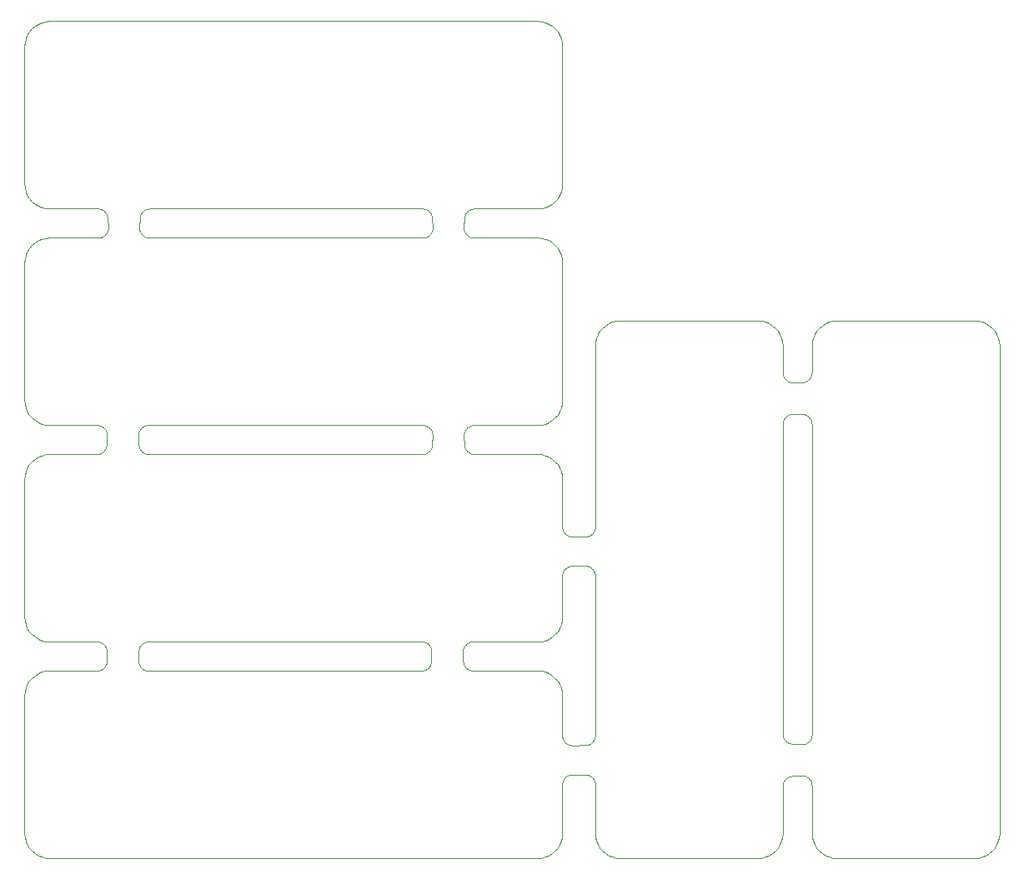
<source format=gko>
%MOIN*%
%OFA0B0*%
%FSLAX44Y44*%
%IPPOS*%
%LPD*%
%ADD10C,0*%
D10*
X00031476Y00004943D02*
X00031476Y00004943D01*
X00031475Y00004911D01*
X00031471Y00004879D01*
X00031464Y00004848D01*
X00031455Y00004817D01*
X00031443Y00004787D01*
X00031430Y00004758D01*
X00031413Y00004730D01*
X00031395Y00004704D01*
X00031374Y00004679D01*
X00031352Y00004656D01*
X00031327Y00004635D01*
X00031301Y00004616D01*
X00031274Y00004600D01*
X00031245Y00004585D01*
X00031215Y00004573D01*
X00031185Y00004563D01*
X00031153Y00004556D01*
X00031122Y00004552D01*
X00031089Y00004550D01*
X00031057Y00004550D01*
X00030683Y00004574D01*
X00030654Y00004577D01*
X00030625Y00004582D01*
X00030596Y00004590D01*
X00030568Y00004599D01*
X00030540Y00004611D01*
X00030514Y00004624D01*
X00030489Y00004640D01*
X00030465Y00004658D01*
X00030442Y00004677D01*
X00030421Y00004698D01*
X00030402Y00004720D01*
X00030384Y00004744D01*
X00030368Y00004769D01*
X00030354Y00004795D01*
X00030342Y00004822D01*
X00030332Y00004850D01*
X00030324Y00004879D01*
X00030319Y00004908D01*
X00030316Y00004937D01*
X00030314Y00004967D01*
X00030314Y00017374D01*
X00030316Y00017405D01*
X00030319Y00017436D01*
X00030326Y00017467D01*
X00030334Y00017497D01*
X00030345Y00017526D01*
X00030358Y00017554D01*
X00030373Y00017581D01*
X00030391Y00017607D01*
X00030410Y00017632D01*
X00030432Y00017654D01*
X00030455Y00017675D01*
X00030479Y00017695D01*
X00030505Y00017712D01*
X00030533Y00017727D01*
X00030561Y00017739D01*
X00030591Y00017750D01*
X00030621Y00017758D01*
X00030651Y00017764D01*
X00030682Y00017767D01*
X00030714Y00017768D01*
X00031088Y00017763D01*
X00031118Y00017761D01*
X00031149Y00017757D01*
X00031179Y00017751D01*
X00031208Y00017742D01*
X00031237Y00017731D01*
X00031264Y00017718D01*
X00031291Y00017703D01*
X00031316Y00017685D01*
X00031340Y00017666D01*
X00031362Y00017645D01*
X00031383Y00017623D01*
X00031402Y00017599D01*
X00031419Y00017573D01*
X00031434Y00017546D01*
X00031446Y00017518D01*
X00031457Y00017490D01*
X00031465Y00017460D01*
X00031471Y00017430D01*
X00031475Y00017400D01*
X00031476Y00017369D01*
X00031476Y00004943D01*
X00022814Y00004911D02*
X00022814Y00004911D01*
X00022813Y00004880D01*
X00022810Y00004850D01*
X00022804Y00004820D01*
X00022795Y00004790D01*
X00022785Y00004761D01*
X00022772Y00004733D01*
X00022757Y00004707D01*
X00022740Y00004681D01*
X00022721Y00004657D01*
X00022701Y00004634D01*
X00022678Y00004613D01*
X00022654Y00004594D01*
X00022629Y00004577D01*
X00022602Y00004562D01*
X00022574Y00004548D01*
X00022546Y00004538D01*
X00022516Y00004529D01*
X00022486Y00004523D01*
X00022456Y00004519D01*
X00022425Y00004517D01*
X00021897Y00004512D01*
X00021866Y00004513D01*
X00021835Y00004516D01*
X00021805Y00004522D01*
X00021775Y00004530D01*
X00021745Y00004540D01*
X00021717Y00004553D01*
X00021690Y00004568D01*
X00021664Y00004585D01*
X00021639Y00004604D01*
X00021616Y00004625D01*
X00021595Y00004648D01*
X00021576Y00004673D01*
X00021558Y00004698D01*
X00021543Y00004726D01*
X00021530Y00004754D01*
X00021519Y00004783D01*
X00021511Y00004813D01*
X00021504Y00004843D01*
X00021501Y00004874D01*
X00021500Y00004905D01*
X00021500Y00006499D01*
X00021487Y00006656D01*
X00021451Y00006809D01*
X00021391Y00006953D01*
X00021309Y00007087D01*
X00021207Y00007207D01*
X00021087Y00007309D01*
X00020953Y00007391D01*
X00020809Y00007451D01*
X00020656Y00007487D01*
X00020499Y00007500D01*
X00020499Y00007499D01*
X00017933Y00007499D01*
X00017903Y00007501D01*
X00017873Y00007504D01*
X00017843Y00007510D01*
X00017813Y00007518D01*
X00017785Y00007529D01*
X00017757Y00007541D01*
X00017730Y00007556D01*
X00017705Y00007573D01*
X00017680Y00007592D01*
X00017658Y00007612D01*
X00017637Y00007634D01*
X00017618Y00007658D01*
X00017600Y00007683D01*
X00017585Y00007710D01*
X00017572Y00007737D01*
X00017561Y00007766D01*
X00017552Y00007795D01*
X00017546Y00007825D01*
X00017542Y00007855D01*
X00017540Y00007885D01*
X00017532Y00008259D01*
X00017533Y00008291D01*
X00017536Y00008322D01*
X00017542Y00008353D01*
X00017550Y00008383D01*
X00017560Y00008412D01*
X00017573Y00008441D01*
X00017588Y00008469D01*
X00017605Y00008495D01*
X00017624Y00008520D01*
X00017645Y00008543D01*
X00017668Y00008564D01*
X00017692Y00008584D01*
X00017718Y00008601D01*
X00017745Y00008617D01*
X00017774Y00008630D01*
X00017803Y00008641D01*
X00017833Y00008650D01*
X00017864Y00008656D01*
X00017895Y00008660D01*
X00017926Y00008661D01*
X00020499Y00008661D01*
X00020656Y00008673D01*
X00020809Y00008710D01*
X00020953Y00008770D01*
X00021087Y00008852D01*
X00021207Y00008954D01*
X00021309Y00009073D01*
X00021391Y00009207D01*
X00021451Y00009352D01*
X00021487Y00009504D01*
X00021500Y00009661D01*
X00021500Y00011294D01*
X00021501Y00011325D01*
X00021504Y00011355D01*
X00021510Y00011385D01*
X00021519Y00011415D01*
X00021529Y00011444D01*
X00021542Y00011472D01*
X00021557Y00011499D01*
X00021574Y00011524D01*
X00021593Y00011549D01*
X00021614Y00011571D01*
X00021636Y00011592D01*
X00021660Y00011611D01*
X00021686Y00011629D01*
X00021713Y00011644D01*
X00021741Y00011657D01*
X00021769Y00011668D01*
X00021799Y00011676D01*
X00021829Y00011682D01*
X00021860Y00011686D01*
X00021890Y00011687D01*
X00022418Y00011691D01*
X00022449Y00011690D01*
X00022480Y00011687D01*
X00022510Y00011681D01*
X00022540Y00011673D01*
X00022570Y00011662D01*
X00022598Y00011649D01*
X00022625Y00011634D01*
X00022651Y00011617D01*
X00022675Y00011598D01*
X00022698Y00011577D01*
X00022719Y00011554D01*
X00022739Y00011530D01*
X00022756Y00011504D01*
X00022771Y00011477D01*
X00022784Y00011449D01*
X00022795Y00011420D01*
X00022803Y00011390D01*
X00022810Y00011359D01*
X00022813Y00011328D01*
X00022814Y00011297D01*
X00022814Y00004911D01*
X00004953Y00007499D02*
X00004953Y00007499D01*
X00004922Y00007501D01*
X00004891Y00007504D01*
X00004861Y00007511D01*
X00004831Y00007519D01*
X00004802Y00007530D01*
X00004773Y00007543D01*
X00004746Y00007558D01*
X00004721Y00007576D01*
X00004696Y00007595D01*
X00004673Y00007616D01*
X00004652Y00007639D01*
X00004633Y00007664D01*
X00004616Y00007690D01*
X00004601Y00007717D01*
X00004588Y00007746D01*
X00004578Y00007775D01*
X00004570Y00007805D01*
X00004564Y00007836D01*
X00004561Y00007866D01*
X00004560Y00007898D01*
X00004564Y00008272D01*
X00004565Y00008302D01*
X00004569Y00008333D01*
X00004576Y00008363D01*
X00004584Y00008392D01*
X00004595Y00008421D01*
X00004608Y00008449D01*
X00004623Y00008475D01*
X00004641Y00008501D01*
X00004660Y00008525D01*
X00004681Y00008547D01*
X00004703Y00008568D01*
X00004728Y00008587D01*
X00004753Y00008604D01*
X00004780Y00008619D01*
X00004808Y00008631D01*
X00004837Y00008642D01*
X00004866Y00008650D01*
X00004896Y00008656D01*
X00004927Y00008660D01*
X00004958Y00008661D01*
X00015877Y00008661D01*
X00015908Y00008660D01*
X00015939Y00008656D01*
X00015970Y00008650D01*
X00016000Y00008641D01*
X00016029Y00008630D01*
X00016057Y00008617D01*
X00016085Y00008601D01*
X00016111Y00008584D01*
X00016135Y00008564D01*
X00016158Y00008543D01*
X00016179Y00008520D01*
X00016198Y00008495D01*
X00016215Y00008469D01*
X00016230Y00008441D01*
X00016243Y00008412D01*
X00016253Y00008383D01*
X00016261Y00008353D01*
X00016266Y00008322D01*
X00016270Y00008291D01*
X00016270Y00008259D01*
X00016263Y00007885D01*
X00016261Y00007855D01*
X00016257Y00007825D01*
X00016250Y00007795D01*
X00016242Y00007766D01*
X00016231Y00007737D01*
X00016217Y00007710D01*
X00016202Y00007683D01*
X00016185Y00007658D01*
X00016166Y00007634D01*
X00016145Y00007612D01*
X00016122Y00007592D01*
X00016098Y00007573D01*
X00016072Y00007556D01*
X00016046Y00007541D01*
X00016018Y00007529D01*
X00015989Y00007518D01*
X00015960Y00007510D01*
X00015930Y00007504D01*
X00015900Y00007501D01*
X00015869Y00007499D01*
X00004953Y00007499D01*
X00004962Y00016161D02*
X00004962Y00016161D01*
X00004932Y00016162D01*
X00004902Y00016166D01*
X00004872Y00016171D01*
X00004843Y00016179D01*
X00004814Y00016190D01*
X00004787Y00016202D01*
X00004760Y00016216D01*
X00004735Y00016233D01*
X00004711Y00016251D01*
X00004688Y00016271D01*
X00004668Y00016293D01*
X00004648Y00016317D01*
X00004631Y00016341D01*
X00004616Y00016367D01*
X00004602Y00016394D01*
X00004591Y00016422D01*
X00004582Y00016451D01*
X00004575Y00016481D01*
X00004571Y00016511D01*
X00004568Y00016541D01*
X00004555Y00016915D01*
X00004556Y00016946D01*
X00004558Y00016978D01*
X00004563Y00017009D01*
X00004571Y00017040D01*
X00004581Y00017070D01*
X00004594Y00017099D01*
X00004609Y00017127D01*
X00004626Y00017153D01*
X00004645Y00017178D01*
X00004666Y00017202D01*
X00004688Y00017224D01*
X00004713Y00017244D01*
X00004739Y00017262D01*
X00004766Y00017278D01*
X00004795Y00017291D01*
X00004825Y00017302D01*
X00004855Y00017311D01*
X00004886Y00017317D01*
X00004917Y00017321D01*
X00004949Y00017322D01*
X00015922Y00017322D01*
X00015954Y00017321D01*
X00015985Y00017317D01*
X00016016Y00017311D01*
X00016047Y00017302D01*
X00016076Y00017291D01*
X00016105Y00017278D01*
X00016132Y00017262D01*
X00016158Y00017244D01*
X00016183Y00017224D01*
X00016205Y00017202D01*
X00016227Y00017178D01*
X00016246Y00017153D01*
X00016263Y00017127D01*
X00016277Y00017099D01*
X00016290Y00017070D01*
X00016300Y00017040D01*
X00016308Y00017009D01*
X00016313Y00016978D01*
X00016316Y00016946D01*
X00016316Y00016915D01*
X00016303Y00016541D01*
X00016300Y00016511D01*
X00016296Y00016481D01*
X00016289Y00016451D01*
X00016280Y00016422D01*
X00016269Y00016394D01*
X00016255Y00016367D01*
X00016240Y00016341D01*
X00016223Y00016317D01*
X00016204Y00016293D01*
X00016183Y00016271D01*
X00016160Y00016251D01*
X00016136Y00016233D01*
X00016111Y00016216D01*
X00016084Y00016202D01*
X00016057Y00016190D01*
X00016028Y00016179D01*
X00015999Y00016171D01*
X00015969Y00016166D01*
X00015939Y00016162D01*
X00015909Y00016161D01*
X00004962Y00016161D01*
X00004987Y00024822D02*
X00004987Y00024822D01*
X00004955Y00024824D01*
X00004923Y00024828D01*
X00004892Y00024834D01*
X00004861Y00024843D01*
X00004831Y00024855D01*
X00004802Y00024868D01*
X00004775Y00024885D01*
X00004748Y00024903D01*
X00004724Y00024923D01*
X00004701Y00024946D01*
X00004680Y00024970D01*
X00004661Y00024996D01*
X00004644Y00025023D01*
X00004629Y00025052D01*
X00004617Y00025081D01*
X00004607Y00025112D01*
X00004600Y00025143D01*
X00004596Y00025175D01*
X00004594Y00025207D01*
X00004594Y00025239D01*
X00004616Y00025613D01*
X00004619Y00025643D01*
X00004624Y00025672D01*
X00004631Y00025701D01*
X00004641Y00025729D01*
X00004652Y00025756D01*
X00004666Y00025783D01*
X00004681Y00025808D01*
X00004699Y00025832D01*
X00004718Y00025855D01*
X00004739Y00025876D01*
X00004761Y00025896D01*
X00004785Y00025914D01*
X00004810Y00025930D01*
X00004836Y00025944D01*
X00004864Y00025956D01*
X00004892Y00025966D01*
X00004920Y00025974D01*
X00004950Y00025979D01*
X00004979Y00025983D01*
X00005009Y00025984D01*
X00015905Y00025984D01*
X00015935Y00025983D01*
X00015964Y00025979D01*
X00015994Y00025974D01*
X00016022Y00025966D01*
X00016050Y00025956D01*
X00016078Y00025944D01*
X00016104Y00025930D01*
X00016129Y00025914D01*
X00016153Y00025896D01*
X00016175Y00025876D01*
X00016196Y00025855D01*
X00016215Y00025832D01*
X00016233Y00025808D01*
X00016248Y00025783D01*
X00016262Y00025756D01*
X00016273Y00025729D01*
X00016283Y00025701D01*
X00016290Y00025672D01*
X00016295Y00025643D01*
X00016298Y00025613D01*
X00016320Y00025239D01*
X00016320Y00025207D01*
X00016318Y00025175D01*
X00016314Y00025143D01*
X00016306Y00025112D01*
X00016297Y00025081D01*
X00016285Y00025052D01*
X00016270Y00025023D01*
X00016253Y00024996D01*
X00016234Y00024970D01*
X00016213Y00024946D01*
X00016190Y00024923D01*
X00016166Y00024903D01*
X00016139Y00024885D01*
X00016112Y00024868D01*
X00016083Y00024855D01*
X00016053Y00024843D01*
X00016022Y00024834D01*
X00015991Y00024828D01*
X00015959Y00024824D01*
X00015927Y00024822D01*
X00004987Y00024822D01*
X00002931Y00025984D02*
X00002931Y00025984D01*
X00002960Y00025983D01*
X00002990Y00025979D01*
X00003019Y00025974D01*
X00003048Y00025966D01*
X00003076Y00025956D01*
X00003103Y00025944D01*
X00003129Y00025930D01*
X00003155Y00025914D01*
X00003178Y00025896D01*
X00003201Y00025876D01*
X00003222Y00025855D01*
X00003241Y00025832D01*
X00003258Y00025808D01*
X00003274Y00025783D01*
X00003287Y00025756D01*
X00003299Y00025729D01*
X00003308Y00025701D01*
X00003316Y00025672D01*
X00003321Y00025643D01*
X00003324Y00025613D01*
X00003346Y00025239D01*
X00003346Y00025207D01*
X00003344Y00025175D01*
X00003339Y00025143D01*
X00003332Y00025112D01*
X00003322Y00025081D01*
X00003310Y00025052D01*
X00003296Y00025023D01*
X00003279Y00024996D01*
X00003260Y00024970D01*
X00003239Y00024946D01*
X00003216Y00024923D01*
X00003191Y00024903D01*
X00003165Y00024885D01*
X00003137Y00024868D01*
X00003108Y00024855D01*
X00003078Y00024843D01*
X00003048Y00024834D01*
X00003016Y00024828D01*
X00002984Y00024824D01*
X00002952Y00024822D01*
X00000999Y00024822D01*
X00000843Y00024810D01*
X00000690Y00024773D01*
X00000546Y00024713D01*
X00000412Y00024631D01*
X00000292Y00024529D01*
X00000190Y00024410D01*
X00000108Y00024276D01*
X00000048Y00024131D01*
X00000012Y00023979D01*
X00000000Y00023822D01*
X00000000Y00018322D01*
X00000012Y00018166D01*
X00000048Y00018013D01*
X00000108Y00017868D01*
X00000190Y00017735D01*
X00000292Y00017615D01*
X00000412Y00017513D01*
X00000546Y00017431D01*
X00000690Y00017371D01*
X00000843Y00017335D01*
X00000999Y00017322D01*
X00002905Y00017322D01*
X00002937Y00017321D01*
X00002968Y00017317D01*
X00002999Y00017311D01*
X00003029Y00017302D01*
X00003059Y00017291D01*
X00003088Y00017278D01*
X00003115Y00017262D01*
X00003141Y00017244D01*
X00003166Y00017224D01*
X00003188Y00017202D01*
X00003209Y00017178D01*
X00003228Y00017153D01*
X00003245Y00017127D01*
X00003260Y00017099D01*
X00003273Y00017070D01*
X00003283Y00017040D01*
X00003291Y00017009D01*
X00003296Y00016978D01*
X00003298Y00016946D01*
X00003299Y00016915D01*
X00003285Y00016541D01*
X00003283Y00016511D01*
X00003279Y00016481D01*
X00003272Y00016451D01*
X00003263Y00016422D01*
X00003252Y00016394D01*
X00003238Y00016367D01*
X00003223Y00016341D01*
X00003206Y00016317D01*
X00003186Y00016293D01*
X00003165Y00016271D01*
X00003143Y00016251D01*
X00003119Y00016233D01*
X00003094Y00016216D01*
X00003067Y00016202D01*
X00003039Y00016190D01*
X00003011Y00016179D01*
X00002982Y00016171D01*
X00002952Y00016166D01*
X00002922Y00016162D01*
X00002892Y00016161D01*
X00000999Y00016161D01*
X00000843Y00016149D01*
X00000690Y00016112D01*
X00000546Y00016052D01*
X00000412Y00015970D01*
X00000292Y00015868D01*
X00000190Y00015749D01*
X00000108Y00015615D01*
X00000048Y00015470D01*
X00000012Y00015317D01*
X00000000Y00015161D01*
X00000000Y00009661D01*
X00000012Y00009504D01*
X00000048Y00009352D01*
X00000108Y00009207D01*
X00000190Y00009073D01*
X00000292Y00008954D01*
X00000412Y00008852D01*
X00000546Y00008770D01*
X00000690Y00008710D01*
X00000843Y00008673D01*
X00000999Y00008661D01*
X00002896Y00008661D01*
X00002927Y00008660D01*
X00002958Y00008656D01*
X00002988Y00008650D01*
X00003017Y00008642D01*
X00003046Y00008631D01*
X00003074Y00008619D01*
X00003101Y00008604D01*
X00003126Y00008587D01*
X00003151Y00008568D01*
X00003173Y00008547D01*
X00003194Y00008525D01*
X00003213Y00008501D01*
X00003231Y00008475D01*
X00003246Y00008449D01*
X00003259Y00008421D01*
X00003270Y00008392D01*
X00003278Y00008363D01*
X00003285Y00008333D01*
X00003289Y00008302D01*
X00003290Y00008272D01*
X00003294Y00007898D01*
X00003293Y00007866D01*
X00003290Y00007836D01*
X00003284Y00007805D01*
X00003276Y00007775D01*
X00003266Y00007746D01*
X00003253Y00007717D01*
X00003238Y00007690D01*
X00003221Y00007664D01*
X00003202Y00007639D01*
X00003181Y00007616D01*
X00003158Y00007595D01*
X00003133Y00007576D01*
X00003108Y00007558D01*
X00003081Y00007543D01*
X00003052Y00007530D01*
X00003023Y00007519D01*
X00002993Y00007511D01*
X00002963Y00007504D01*
X00002932Y00007501D01*
X00002901Y00007499D01*
X00000999Y00007499D01*
X00000843Y00007487D01*
X00000690Y00007451D01*
X00000546Y00007391D01*
X00000412Y00007309D01*
X00000292Y00007207D01*
X00000190Y00007087D01*
X00000108Y00006953D01*
X00000048Y00006809D01*
X00000012Y00006656D01*
X00000000Y00006499D01*
X00000000Y00001000D01*
X00000012Y00000843D01*
X00000048Y00000690D01*
X00000108Y00000546D01*
X00000190Y00000412D01*
X00000292Y00000292D01*
X00000412Y00000190D01*
X00000546Y00000108D01*
X00000690Y00000048D01*
X00000843Y00000012D01*
X00000999Y00000000D01*
X00020499Y00000000D01*
X00020656Y00000012D01*
X00020809Y00000048D01*
X00020953Y00000108D01*
X00021087Y00000190D01*
X00021207Y00000292D01*
X00021309Y00000412D01*
X00021391Y00000546D01*
X00021451Y00000690D01*
X00021487Y00000843D01*
X00021500Y00001000D01*
X00021500Y00002949D01*
X00021501Y00002980D01*
X00021504Y00003011D01*
X00021511Y00003041D01*
X00021519Y00003071D01*
X00021530Y00003100D01*
X00021543Y00003128D01*
X00021558Y00003156D01*
X00021576Y00003181D01*
X00021595Y00003206D01*
X00021616Y00003228D01*
X00021639Y00003249D01*
X00021664Y00003269D01*
X00021690Y00003286D01*
X00021717Y00003301D01*
X00021745Y00003314D01*
X00021775Y00003324D01*
X00021805Y00003332D01*
X00021835Y00003338D01*
X00021866Y00003341D01*
X00021897Y00003342D01*
X00022425Y00003337D01*
X00022456Y00003335D01*
X00022486Y00003331D01*
X00022516Y00003325D01*
X00022546Y00003316D01*
X00022574Y00003306D01*
X00022602Y00003292D01*
X00022629Y00003277D01*
X00022654Y00003260D01*
X00022678Y00003241D01*
X00022701Y00003220D01*
X00022721Y00003197D01*
X00022740Y00003173D01*
X00022757Y00003147D01*
X00022772Y00003121D01*
X00022785Y00003093D01*
X00022795Y00003064D01*
X00022804Y00003034D01*
X00022810Y00003004D01*
X00022813Y00002974D01*
X00022814Y00002943D01*
X00022814Y00000999D01*
X00022827Y00000843D01*
X00022863Y00000690D01*
X00022923Y00000546D01*
X00023005Y00000412D01*
X00023107Y00000292D01*
X00023227Y00000190D01*
X00023360Y00000108D01*
X00023505Y00000048D01*
X00023658Y00000012D01*
X00023814Y00000000D01*
X00029314Y00000000D01*
X00029471Y00000012D01*
X00029623Y00000048D01*
X00029768Y00000108D01*
X00029902Y00000190D01*
X00030022Y00000292D01*
X00030123Y00000412D01*
X00030205Y00000546D01*
X00030266Y00000690D01*
X00030302Y00000843D01*
X00030314Y00000999D01*
X00030314Y00002887D01*
X00030316Y00002917D01*
X00030319Y00002946D01*
X00030324Y00002975D01*
X00030332Y00003004D01*
X00030342Y00003032D01*
X00030354Y00003059D01*
X00030368Y00003085D01*
X00030384Y00003110D01*
X00030402Y00003134D01*
X00030421Y00003156D01*
X00030442Y00003177D01*
X00030465Y00003196D01*
X00030489Y00003214D01*
X00030514Y00003229D01*
X00030540Y00003243D01*
X00030568Y00003255D01*
X00030596Y00003264D01*
X00030625Y00003272D01*
X00030654Y00003277D01*
X00030683Y00003280D01*
X00031057Y00003304D01*
X00031089Y00003304D01*
X00031122Y00003302D01*
X00031153Y00003298D01*
X00031185Y00003291D01*
X00031215Y00003281D01*
X00031245Y00003269D01*
X00031274Y00003254D01*
X00031301Y00003238D01*
X00031327Y00003219D01*
X00031352Y00003198D01*
X00031374Y00003175D01*
X00031395Y00003150D01*
X00031413Y00003124D01*
X00031430Y00003096D01*
X00031443Y00003067D01*
X00031455Y00003037D01*
X00031464Y00003006D01*
X00031471Y00002975D01*
X00031475Y00002943D01*
X00031476Y00002911D01*
X00031476Y00000999D01*
X00031488Y00000843D01*
X00031525Y00000690D01*
X00031585Y00000546D01*
X00031667Y00000412D01*
X00031769Y00000292D01*
X00031888Y00000190D01*
X00032022Y00000108D01*
X00032167Y00000048D01*
X00032319Y00000012D01*
X00032476Y00000000D01*
X00037976Y00000000D01*
X00038132Y00000012D01*
X00038285Y00000048D01*
X00038430Y00000108D01*
X00038564Y00000190D01*
X00038683Y00000292D01*
X00038785Y00000412D01*
X00038867Y00000546D01*
X00038927Y00000690D01*
X00038964Y00000843D01*
X00038976Y00000999D01*
X00038976Y00020499D01*
X00038964Y00020656D01*
X00038927Y00020809D01*
X00038867Y00020953D01*
X00038785Y00021087D01*
X00038683Y00021207D01*
X00038564Y00021309D01*
X00038430Y00021391D01*
X00038285Y00021451D01*
X00038132Y00021487D01*
X00037976Y00021500D01*
X00032476Y00021500D01*
X00032319Y00021487D01*
X00032167Y00021451D01*
X00032022Y00021391D01*
X00031888Y00021309D01*
X00031769Y00021207D01*
X00031667Y00021087D01*
X00031585Y00020953D01*
X00031525Y00020809D01*
X00031488Y00020656D01*
X00031476Y00020499D01*
X00031476Y00020499D01*
X00031476Y00019431D01*
X00031475Y00019400D01*
X00031471Y00019370D01*
X00031465Y00019340D01*
X00031457Y00019310D01*
X00031446Y00019282D01*
X00031434Y00019254D01*
X00031419Y00019227D01*
X00031402Y00019201D01*
X00031383Y00019177D01*
X00031362Y00019155D01*
X00031340Y00019134D01*
X00031316Y00019114D01*
X00031291Y00019097D01*
X00031264Y00019082D01*
X00031237Y00019069D01*
X00031208Y00019058D01*
X00031179Y00019049D01*
X00031149Y00019043D01*
X00031118Y00019039D01*
X00031088Y00019037D01*
X00030714Y00019032D01*
X00030682Y00019033D01*
X00030651Y00019036D01*
X00030621Y00019042D01*
X00030591Y00019050D01*
X00030561Y00019061D01*
X00030533Y00019073D01*
X00030505Y00019088D01*
X00030479Y00019105D01*
X00030455Y00019125D01*
X00030432Y00019146D01*
X00030410Y00019168D01*
X00030391Y00019193D01*
X00030373Y00019218D01*
X00030358Y00019246D01*
X00030345Y00019274D01*
X00030334Y00019303D01*
X00030326Y00019333D01*
X00030319Y00019364D01*
X00030316Y00019395D01*
X00030314Y00019426D01*
X00030314Y00020499D01*
X00030302Y00020656D01*
X00030266Y00020809D01*
X00030205Y00020953D01*
X00030123Y00021087D01*
X00030022Y00021207D01*
X00029902Y00021309D01*
X00029768Y00021391D01*
X00029623Y00021451D01*
X00029471Y00021487D01*
X00029314Y00021500D01*
X00023814Y00021500D01*
X00023658Y00021487D01*
X00023505Y00021451D01*
X00023360Y00021391D01*
X00023227Y00021309D01*
X00023107Y00021207D01*
X00023005Y00021087D01*
X00022923Y00020953D01*
X00022863Y00020809D01*
X00022827Y00020656D01*
X00022814Y00020499D01*
X00022814Y00020499D01*
X00022814Y00013256D01*
X00022813Y00013225D01*
X00022810Y00013194D01*
X00022803Y00013164D01*
X00022795Y00013134D01*
X00022784Y00013105D01*
X00022771Y00013077D01*
X00022756Y00013050D01*
X00022739Y00013024D01*
X00022719Y00013000D01*
X00022698Y00012977D01*
X00022675Y00012956D01*
X00022651Y00012937D01*
X00022625Y00012920D01*
X00022598Y00012904D01*
X00022570Y00012892D01*
X00022540Y00012881D01*
X00022510Y00012873D01*
X00022480Y00012867D01*
X00022449Y00012863D01*
X00022418Y00012862D01*
X00021890Y00012866D01*
X00021860Y00012867D01*
X00021829Y00012871D01*
X00021799Y00012877D01*
X00021769Y00012886D01*
X00021741Y00012897D01*
X00021713Y00012910D01*
X00021686Y00012925D01*
X00021660Y00012942D01*
X00021636Y00012961D01*
X00021614Y00012982D01*
X00021593Y00013005D01*
X00021574Y00013029D01*
X00021557Y00013055D01*
X00021542Y00013082D01*
X00021529Y00013110D01*
X00021519Y00013139D01*
X00021510Y00013168D01*
X00021504Y00013198D01*
X00021501Y00013229D01*
X00021500Y00013260D01*
X00021500Y00015161D01*
X00021487Y00015317D01*
X00021451Y00015470D01*
X00021391Y00015615D01*
X00021309Y00015749D01*
X00021207Y00015868D01*
X00021087Y00015970D01*
X00020953Y00016052D01*
X00020809Y00016112D01*
X00020656Y00016149D01*
X00020499Y00016161D01*
X00020499Y00016161D01*
X00017979Y00016161D01*
X00017949Y00016162D01*
X00017919Y00016166D01*
X00017889Y00016171D01*
X00017860Y00016179D01*
X00017832Y00016190D01*
X00017804Y00016202D01*
X00017777Y00016216D01*
X00017752Y00016233D01*
X00017728Y00016251D01*
X00017706Y00016271D01*
X00017685Y00016293D01*
X00017665Y00016317D01*
X00017648Y00016341D01*
X00017633Y00016367D01*
X00017619Y00016394D01*
X00017608Y00016422D01*
X00017599Y00016451D01*
X00017592Y00016481D01*
X00017588Y00016511D01*
X00017586Y00016541D01*
X00017572Y00016915D01*
X00017573Y00016946D01*
X00017575Y00016978D01*
X00017581Y00017009D01*
X00017588Y00017040D01*
X00017598Y00017070D01*
X00017611Y00017099D01*
X00017626Y00017127D01*
X00017643Y00017153D01*
X00017662Y00017178D01*
X00017683Y00017202D01*
X00017706Y00017224D01*
X00017730Y00017244D01*
X00017756Y00017262D01*
X00017784Y00017278D01*
X00017812Y00017291D01*
X00017842Y00017302D01*
X00017872Y00017311D01*
X00017903Y00017317D01*
X00017934Y00017321D01*
X00017966Y00017322D01*
X00020499Y00017322D01*
X00020656Y00017335D01*
X00020809Y00017371D01*
X00020953Y00017431D01*
X00021087Y00017513D01*
X00021207Y00017615D01*
X00021309Y00017735D01*
X00021391Y00017868D01*
X00021451Y00018013D01*
X00021487Y00018166D01*
X00021500Y00018322D01*
X00021500Y00023822D01*
X00021487Y00023979D01*
X00021451Y00024131D01*
X00021391Y00024276D01*
X00021309Y00024410D01*
X00021207Y00024529D01*
X00021087Y00024631D01*
X00020953Y00024713D01*
X00020809Y00024773D01*
X00020656Y00024810D01*
X00020499Y00024822D01*
X00020499Y00024822D01*
X00017961Y00024822D01*
X00017929Y00024824D01*
X00017898Y00024828D01*
X00017866Y00024834D01*
X00017835Y00024843D01*
X00017806Y00024855D01*
X00017777Y00024868D01*
X00017749Y00024885D01*
X00017723Y00024903D01*
X00017698Y00024923D01*
X00017675Y00024946D01*
X00017654Y00024970D01*
X00017635Y00024996D01*
X00017618Y00025023D01*
X00017604Y00025052D01*
X00017591Y00025081D01*
X00017582Y00025112D01*
X00017575Y00025143D01*
X00017570Y00025175D01*
X00017568Y00025207D01*
X00017568Y00025239D01*
X00017590Y00025613D01*
X00017593Y00025643D01*
X00017598Y00025672D01*
X00017605Y00025701D01*
X00017615Y00025729D01*
X00017626Y00025756D01*
X00017640Y00025783D01*
X00017656Y00025808D01*
X00017673Y00025832D01*
X00017692Y00025855D01*
X00017713Y00025876D01*
X00017735Y00025896D01*
X00017759Y00025914D01*
X00017784Y00025930D01*
X00017811Y00025944D01*
X00017838Y00025956D01*
X00017866Y00025966D01*
X00017895Y00025974D01*
X00017924Y00025979D01*
X00017953Y00025983D01*
X00017983Y00025984D01*
X00020499Y00025984D01*
X00020656Y00025996D01*
X00020809Y00026033D01*
X00020953Y00026093D01*
X00021087Y00026175D01*
X00021207Y00026277D01*
X00021309Y00026396D01*
X00021391Y00026530D01*
X00021451Y00026675D01*
X00021487Y00026827D01*
X00021500Y00026984D01*
X00021500Y00032484D01*
X00021487Y00032640D01*
X00021451Y00032793D01*
X00021391Y00032938D01*
X00021309Y00033072D01*
X00021207Y00033191D01*
X00021087Y00033293D01*
X00020953Y00033375D01*
X00020809Y00033435D01*
X00020656Y00033471D01*
X00020499Y00033484D01*
X00020499Y00033484D01*
X00000999Y00033484D01*
X00000843Y00033471D01*
X00000690Y00033435D01*
X00000546Y00033375D01*
X00000412Y00033293D01*
X00000292Y00033191D01*
X00000190Y00033072D01*
X00000108Y00032938D01*
X00000048Y00032793D01*
X00000012Y00032640D01*
X00000000Y00032484D01*
X00000000Y00026984D01*
X00000012Y00026827D01*
X00000048Y00026675D01*
X00000108Y00026530D01*
X00000190Y00026396D01*
X00000292Y00026277D01*
X00000412Y00026175D01*
X00000546Y00026093D01*
X00000690Y00026033D01*
X00000843Y00025996D01*
X00000999Y00025984D01*
X00002931Y00025984D01*
M02*
</source>
